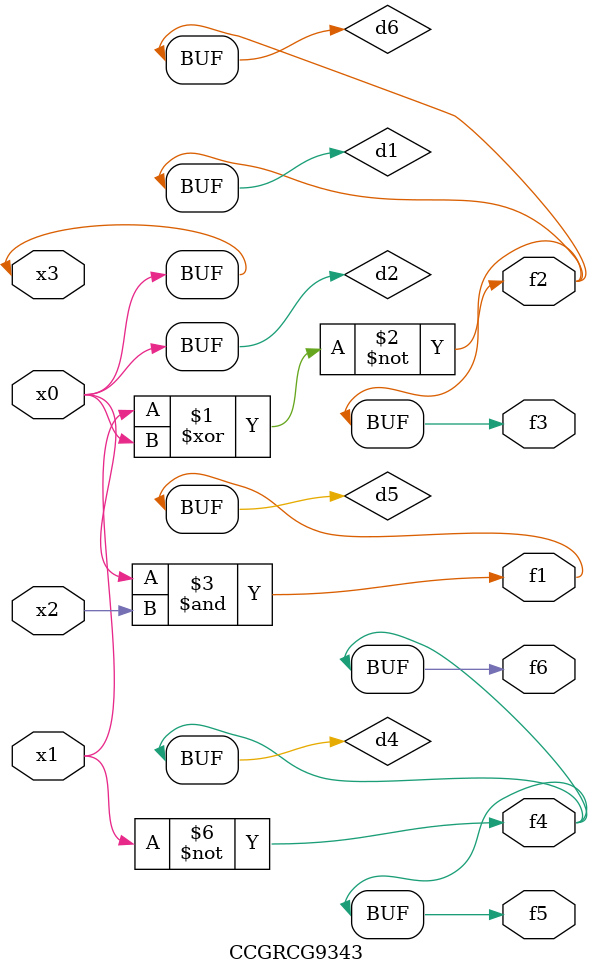
<source format=v>
module CCGRCG9343(
	input x0, x1, x2, x3,
	output f1, f2, f3, f4, f5, f6
);

	wire d1, d2, d3, d4, d5, d6;

	xnor (d1, x1, x3);
	buf (d2, x0, x3);
	nand (d3, x0, x2);
	not (d4, x1);
	nand (d5, d3);
	or (d6, d1);
	assign f1 = d5;
	assign f2 = d6;
	assign f3 = d6;
	assign f4 = d4;
	assign f5 = d4;
	assign f6 = d4;
endmodule

</source>
